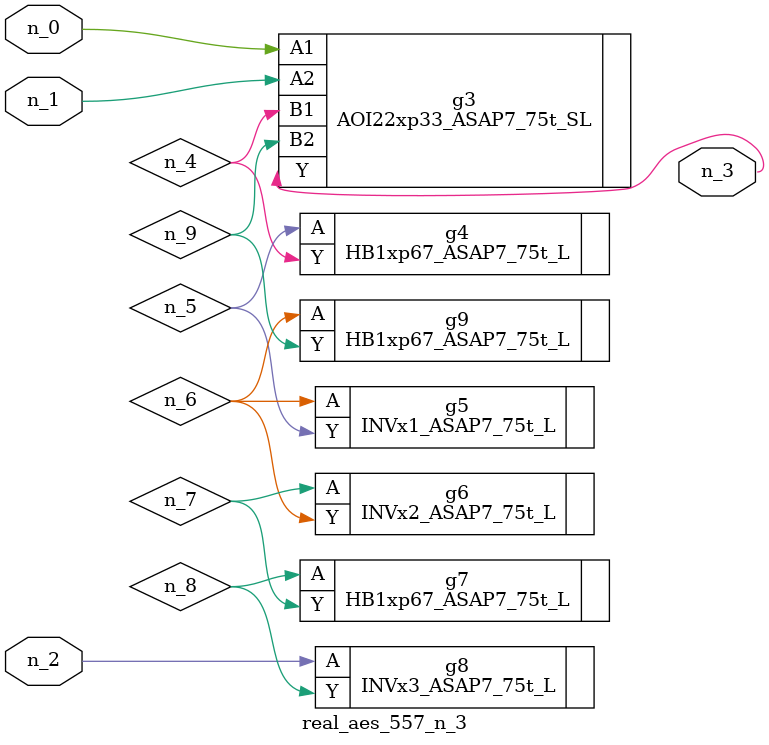
<source format=v>
module real_aes_557_n_3 (n_0, n_2, n_1, n_3);
input n_0;
input n_2;
input n_1;
output n_3;
wire n_4;
wire n_5;
wire n_7;
wire n_9;
wire n_6;
wire n_8;
AOI22xp33_ASAP7_75t_SL g3 ( .A1(n_0), .A2(n_1), .B1(n_4), .B2(n_9), .Y(n_3) );
INVx3_ASAP7_75t_L g8 ( .A(n_2), .Y(n_8) );
HB1xp67_ASAP7_75t_L g4 ( .A(n_5), .Y(n_4) );
INVx1_ASAP7_75t_L g5 ( .A(n_6), .Y(n_5) );
HB1xp67_ASAP7_75t_L g9 ( .A(n_6), .Y(n_9) );
INVx2_ASAP7_75t_L g6 ( .A(n_7), .Y(n_6) );
HB1xp67_ASAP7_75t_L g7 ( .A(n_8), .Y(n_7) );
endmodule
</source>
